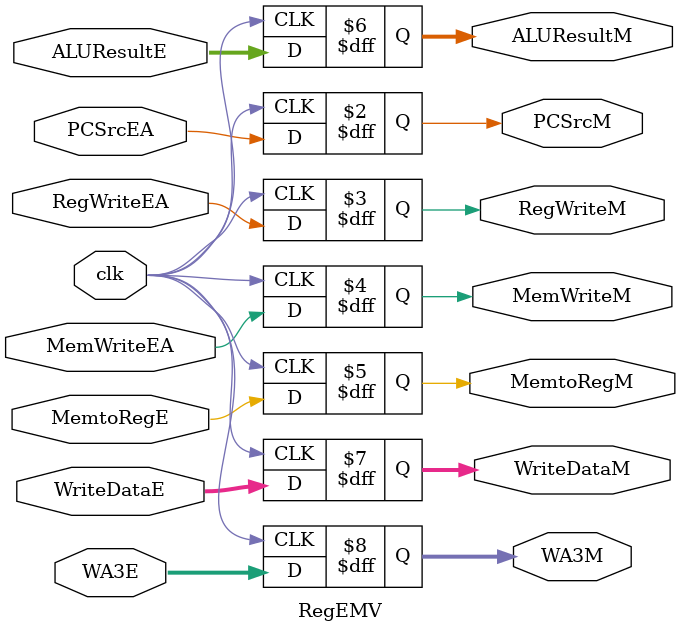
<source format=sv>
module RegEMV (input logic clk,
					input logic PCSrcEA, RegWriteEA, MemWriteEA, MemtoRegE,
					input logic [255:0] ALUResultE, WriteDataE,
					input logic [2:0] WA3E,
					output logic PCSrcM, RegWriteM, MemWriteM, MemtoRegM,
					output logic [255:0] ALUResultM, WriteDataM,
					output logic [2:0] WA3M);
					

always_ff @(posedge clk) begin

		PCSrcM <= PCSrcEA;
		RegWriteM <= RegWriteEA;
		MemWriteM <= MemWriteEA;
		MemtoRegM <= MemtoRegE;
		ALUResultM <= ALUResultE;
		WriteDataM <= WriteDataE;
		WA3M <= WA3E;


end

endmodule
</source>
